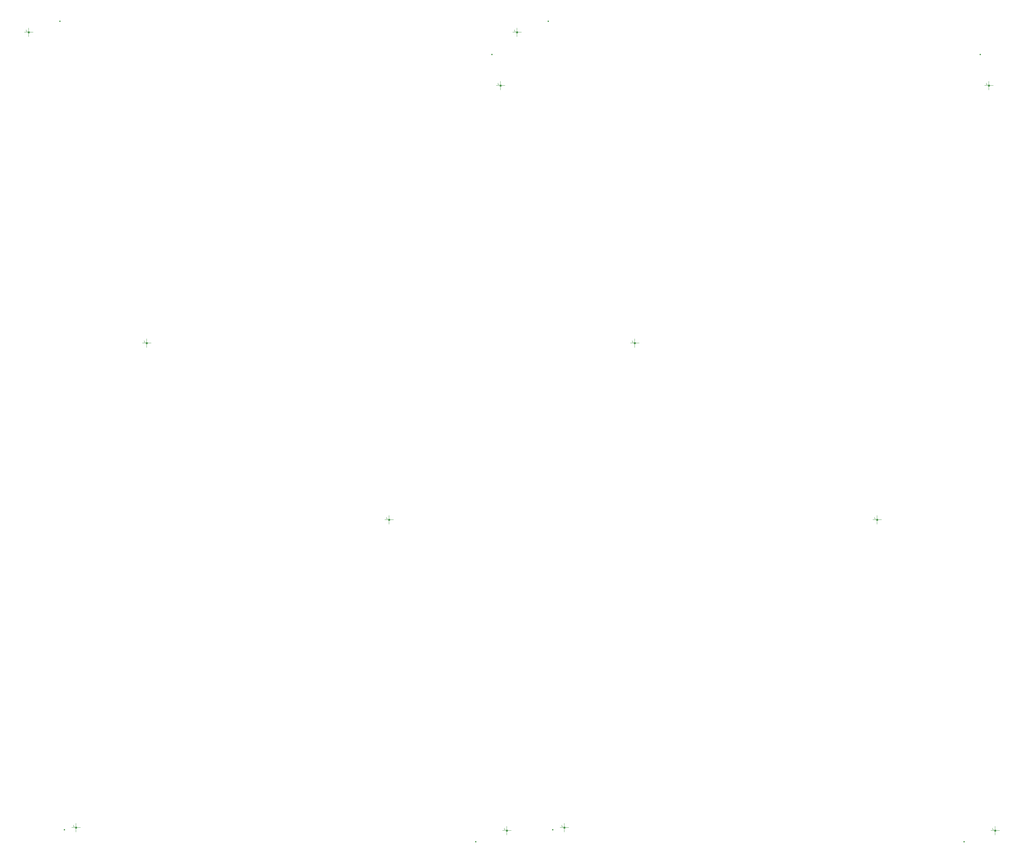
<source format=gbr>
*
%FSTAX45Y45*%
%MOMM*%
G04 A1 - las_cross_hole *
%AMA1lth_1-3_scpt*
1,1,0.025400,0.000000,1.257300*
1,1,0.025400,0.000000,-1.257300*
20,1,0.025400,0.000000,1.257300,0.000000,-1.257300,0.0*
1,1,0.025400,1.257300,0.000000*
1,1,0.025400,-1.257300,0.000000*
20,1,0.025400,1.257300,0.000000,-1.257300,0.000000,0.0*
1,1,0.025400,-0.719842,0.797335*
1,1,0.025400,-0.719842,0.317930*
20,1,0.025400,-0.719842,0.797335,-0.719842,0.317930,0.0*
1,1,0.025400,-0.719842,0.317930*
1,1,0.025400,-0.400237,0.317930*
20,1,0.025400,-0.719842,0.317930,-0.400238,0.317930,0.0*
4,1,4,
-0.250000,-0.250000,
-0.250000,0.250000,
0.250000,0.250000,
0.250000,-0.250000,
-0.250000,-0.250000,
0.0000*
1,1,0.400000,0.000000,0.000000*
%
%ADD10C,0.160000*%
%ADD11C,0.150000*%
%ADD12A1lth_1-3_scpt*%
%ADD13C,0.400000*%
%IPPOS*%
%LNlth_1-3_scpt.gbr*%
%LPD*%
G75*
G54D10*
X-000378Y00594768D03*
G54D10*
Y00588268D03*
G54D10*
Y00581768D03*
G54D10*
Y00575268D03*
G54D10*
Y00568768D03*
G54D10*
Y00562268D03*
G54D10*
Y00555768D03*
G54D10*
Y00549268D03*
G54D10*
Y00542768D03*
G54D10*
Y00536268D03*
G54D10*
X-000326Y00591518D03*
G54D10*
Y00585018D03*
G54D10*
Y00578518D03*
G54D10*
Y00572018D03*
G54D10*
Y00565518D03*
G54D10*
Y00559018D03*
G54D10*
Y00552518D03*
G54D10*
Y00546018D03*
G54D10*
Y00539518D03*
G54D10*
Y00533018D03*
G54D10*
X-000274Y00594768D03*
G54D10*
Y00588268D03*
G54D10*
Y00581768D03*
G54D10*
Y00575268D03*
G54D10*
Y00568768D03*
G54D10*
Y00562268D03*
G54D10*
Y00555768D03*
G54D10*
Y00549268D03*
G54D10*
Y00542768D03*
G54D10*
Y00536268D03*
G54D10*
X-000222Y00591518D03*
G54D10*
Y00585018D03*
G54D10*
Y00578518D03*
G54D10*
Y00572018D03*
G54D10*
Y00565518D03*
G54D10*
Y00559018D03*
G54D10*
Y00552518D03*
G54D10*
Y00546018D03*
G54D10*
Y00539518D03*
G54D10*
Y00533018D03*
G54D10*
X-000378Y01717768D03*
G54D10*
Y01711268D03*
G54D10*
Y01704768D03*
G54D10*
Y01698268D03*
G54D10*
Y01691768D03*
G54D10*
Y01685268D03*
G54D10*
Y01678768D03*
G54D10*
Y01672268D03*
G54D10*
Y01665768D03*
G54D10*
Y01659268D03*
G54D10*
X-000326Y01714518D03*
G54D10*
Y01708018D03*
G54D10*
Y01701518D03*
G54D10*
Y01695018D03*
G54D10*
Y01688518D03*
G54D10*
Y01682018D03*
G54D10*
Y01675518D03*
G54D10*
Y01669018D03*
G54D10*
Y01662518D03*
G54D10*
Y01656018D03*
G54D10*
X-000274Y01717768D03*
G54D10*
Y01711268D03*
G54D10*
Y01704768D03*
G54D10*
Y01698268D03*
G54D10*
Y01691768D03*
G54D10*
Y01685268D03*
G54D10*
Y01678768D03*
G54D10*
Y01672268D03*
G54D10*
Y01665768D03*
G54D10*
Y01659268D03*
G54D10*
X-000222Y01714518D03*
G54D10*
Y01708018D03*
G54D10*
Y01701518D03*
G54D10*
Y01695018D03*
G54D10*
Y01688518D03*
G54D10*
Y01682018D03*
G54D10*
Y01675518D03*
G54D10*
Y01669018D03*
G54D10*
Y01662518D03*
G54D10*
Y01656018D03*
G54D10*
X004222Y00594768D03*
G54D10*
Y00588268D03*
G54D10*
Y00581768D03*
G54D10*
Y00575268D03*
G54D10*
Y00568768D03*
G54D10*
Y00562268D03*
G54D10*
Y00555768D03*
G54D10*
Y00549268D03*
G54D10*
Y00542768D03*
G54D10*
Y00536268D03*
G54D10*
X004274Y00591518D03*
G54D10*
Y00585018D03*
G54D10*
Y00578518D03*
G54D10*
Y00572018D03*
G54D10*
Y00565518D03*
G54D10*
Y00559018D03*
G54D10*
Y00552518D03*
G54D10*
Y00546018D03*
G54D10*
Y00539518D03*
G54D10*
Y00533018D03*
G54D10*
X004326Y00594768D03*
G54D10*
Y00588268D03*
G54D10*
Y00581768D03*
G54D10*
Y00575268D03*
G54D10*
Y00568768D03*
G54D10*
Y00562268D03*
G54D10*
Y00555768D03*
G54D10*
Y00549268D03*
G54D10*
Y00542768D03*
G54D10*
Y00536268D03*
G54D10*
X004378Y00591518D03*
G54D10*
Y00585018D03*
G54D10*
Y00578518D03*
G54D10*
Y00572018D03*
G54D10*
Y00565518D03*
G54D10*
Y00559018D03*
G54D10*
Y00552518D03*
G54D10*
Y00546018D03*
G54D10*
Y00539518D03*
G54D10*
Y00533018D03*
G54D10*
X004222Y01717768D03*
G54D10*
Y01711268D03*
G54D10*
Y01704768D03*
G54D10*
Y01698268D03*
G54D10*
Y01691768D03*
G54D10*
Y01685268D03*
G54D10*
Y01678768D03*
G54D10*
Y01672268D03*
G54D10*
Y01665768D03*
G54D10*
Y01659268D03*
G54D10*
X004274Y01714518D03*
G54D10*
Y01708018D03*
G54D10*
Y01701518D03*
G54D10*
Y01695018D03*
G54D10*
Y01688518D03*
G54D10*
Y01682018D03*
G54D10*
Y01675518D03*
G54D10*
Y01669018D03*
G54D10*
Y01662518D03*
G54D10*
Y01656018D03*
G54D10*
X004326Y01717768D03*
G54D10*
Y01711268D03*
G54D10*
Y01704768D03*
G54D10*
Y01698268D03*
G54D10*
Y01691768D03*
G54D10*
Y01685268D03*
G54D10*
Y01678768D03*
G54D10*
Y01672268D03*
G54D10*
Y01665768D03*
G54D10*
Y01659268D03*
G54D10*
X004378Y01714518D03*
G54D10*
Y01708018D03*
G54D10*
Y01701518D03*
G54D10*
Y01695018D03*
G54D10*
Y01688518D03*
G54D10*
Y01682018D03*
G54D10*
Y01675518D03*
G54D10*
Y01669018D03*
G54D10*
Y01662518D03*
G54D10*
Y01656018D03*
G54D10*
X008822Y00594768D03*
G54D10*
Y00588268D03*
G54D10*
Y00581768D03*
G54D10*
Y00575268D03*
G54D10*
Y00568768D03*
G54D10*
Y00562268D03*
G54D10*
Y00555768D03*
G54D10*
Y00549268D03*
G54D10*
Y00542768D03*
G54D10*
Y00536268D03*
G54D10*
X008874Y00591518D03*
G54D10*
Y00585018D03*
G54D10*
Y00578518D03*
G54D10*
Y00572018D03*
G54D10*
Y00565518D03*
G54D10*
Y00559018D03*
G54D10*
Y00552518D03*
G54D10*
Y00546018D03*
G54D10*
Y00539518D03*
G54D10*
Y00533018D03*
G54D10*
X008926Y00594768D03*
G54D10*
Y00588268D03*
G54D10*
Y00581768D03*
G54D10*
Y00575268D03*
G54D10*
Y00568768D03*
G54D10*
Y00562268D03*
G54D10*
Y00555768D03*
G54D10*
Y00549268D03*
G54D10*
Y00542768D03*
G54D10*
Y00536268D03*
G54D10*
X008978Y00591518D03*
G54D10*
Y00585018D03*
G54D10*
Y00578518D03*
G54D10*
Y00572018D03*
G54D10*
Y00565518D03*
G54D10*
Y00559018D03*
G54D10*
Y00552518D03*
G54D10*
Y00546018D03*
G54D10*
Y00539518D03*
G54D10*
Y00533018D03*
G54D10*
X008822Y01717768D03*
G54D10*
Y01711268D03*
G54D10*
Y01704768D03*
G54D10*
Y01698268D03*
G54D10*
Y01691768D03*
G54D10*
Y01685268D03*
G54D10*
Y01678768D03*
G54D10*
Y01672268D03*
G54D10*
Y01665768D03*
G54D10*
Y01659268D03*
G54D10*
X008874Y01714518D03*
G54D10*
Y01708018D03*
G54D10*
Y01701518D03*
G54D10*
Y01695018D03*
G54D10*
Y01688518D03*
G54D10*
Y01682018D03*
G54D10*
Y01675518D03*
G54D10*
Y01669018D03*
G54D10*
Y01662518D03*
G54D10*
Y01656018D03*
G54D10*
X008926Y01717768D03*
G54D10*
Y01711268D03*
G54D10*
Y01704768D03*
G54D10*
Y01698268D03*
G54D10*
Y01691768D03*
G54D10*
Y01685268D03*
G54D10*
Y01678768D03*
G54D10*
Y01672268D03*
G54D10*
Y01665768D03*
G54D10*
Y01659268D03*
G54D10*
X008978Y01714518D03*
G54D10*
Y01708018D03*
G54D10*
Y01701518D03*
G54D10*
Y01695018D03*
G54D10*
Y01688518D03*
G54D10*
Y01682018D03*
G54D10*
Y01675518D03*
G54D10*
Y01669018D03*
G54D10*
Y01662518D03*
G54D10*
Y01656018D03*
G54D10*
X-00147Y00174032D03*
G54D10*
Y00180532D03*
G54D10*
Y00187032D03*
G54D10*
Y00193532D03*
G54D10*
Y00200032D03*
G54D10*
Y00206532D03*
G54D10*
Y00213032D03*
G54D10*
Y00219532D03*
G54D10*
Y00226032D03*
G54D10*
Y00232532D03*
G54D10*
X-001522Y00177282D03*
G54D10*
Y00183782D03*
G54D10*
Y00190282D03*
G54D10*
Y00196782D03*
G54D10*
Y00203282D03*
G54D10*
Y00209782D03*
G54D10*
Y00216282D03*
G54D10*
Y00222782D03*
G54D10*
Y00229282D03*
G54D10*
Y00235782D03*
G54D10*
X-001574Y00174032D03*
G54D10*
Y00180532D03*
G54D10*
Y00187032D03*
G54D10*
Y00193532D03*
G54D10*
Y00200032D03*
G54D10*
Y00206532D03*
G54D10*
Y00213032D03*
G54D10*
Y00219532D03*
G54D10*
Y00226032D03*
G54D10*
Y00232532D03*
G54D10*
X-001626Y00177282D03*
G54D10*
Y00183782D03*
G54D10*
Y00190282D03*
G54D10*
Y00196782D03*
G54D10*
Y00203282D03*
G54D10*
Y00209782D03*
G54D10*
Y00216282D03*
G54D10*
Y00222782D03*
G54D10*
Y00229282D03*
G54D10*
Y00235782D03*
G54D10*
X-00147Y01297032D03*
G54D10*
Y01303532D03*
G54D10*
Y01310032D03*
G54D10*
Y01316532D03*
G54D10*
Y01323032D03*
G54D10*
Y01329532D03*
G54D10*
Y01336032D03*
G54D10*
Y01342532D03*
G54D10*
Y01349032D03*
G54D10*
Y01355532D03*
G54D10*
X-001522Y01300282D03*
G54D10*
Y01306782D03*
G54D10*
Y01313282D03*
G54D10*
Y01319782D03*
G54D10*
Y01326282D03*
G54D10*
Y01332782D03*
G54D10*
Y01339282D03*
G54D10*
Y01345782D03*
G54D10*
Y01352282D03*
G54D10*
Y01358782D03*
G54D10*
X-001574Y01297032D03*
G54D10*
Y01303532D03*
G54D10*
Y01310032D03*
G54D10*
Y01316532D03*
G54D10*
Y01323032D03*
G54D10*
Y01329532D03*
G54D10*
Y01336032D03*
G54D10*
Y01342532D03*
G54D10*
Y01349032D03*
G54D10*
Y01355532D03*
G54D10*
X-001626Y01300282D03*
G54D10*
Y01306782D03*
G54D10*
Y01313282D03*
G54D10*
Y01319782D03*
G54D10*
Y01326282D03*
G54D10*
Y01332782D03*
G54D10*
Y01339282D03*
G54D10*
Y01345782D03*
G54D10*
Y01352282D03*
G54D10*
Y01358782D03*
G54D10*
X00313Y00174032D03*
G54D10*
Y00180532D03*
G54D10*
Y00187032D03*
G54D10*
Y00193532D03*
G54D10*
Y00200032D03*
G54D10*
Y00206532D03*
G54D10*
Y00213032D03*
G54D10*
Y00219532D03*
G54D10*
Y00226032D03*
G54D10*
Y00232532D03*
G54D10*
X003078Y00177282D03*
G54D10*
Y00183782D03*
G54D10*
Y00190282D03*
G54D10*
Y00196782D03*
G54D10*
Y00203282D03*
G54D10*
Y00209782D03*
G54D10*
Y00216282D03*
G54D10*
Y00222782D03*
G54D10*
Y00229282D03*
G54D10*
Y00235782D03*
G54D10*
X003026Y00174032D03*
G54D10*
Y00180532D03*
G54D10*
Y00187032D03*
G54D10*
Y00193532D03*
G54D10*
Y00200032D03*
G54D10*
Y00206532D03*
G54D10*
Y00213032D03*
G54D10*
Y00219532D03*
G54D10*
Y00226032D03*
G54D10*
Y00232532D03*
G54D10*
X002974Y00177282D03*
G54D10*
Y00183782D03*
G54D10*
Y00190282D03*
G54D10*
Y00196782D03*
G54D10*
Y00203282D03*
G54D10*
Y00209782D03*
G54D10*
Y00216282D03*
G54D10*
Y00222782D03*
G54D10*
Y00229282D03*
G54D10*
Y00235782D03*
G54D10*
X00313Y01297032D03*
G54D10*
Y01303532D03*
G54D10*
Y01310032D03*
G54D10*
Y01316532D03*
G54D10*
Y01323032D03*
G54D10*
Y01329532D03*
G54D10*
Y01336032D03*
G54D10*
Y01342532D03*
G54D10*
Y01349032D03*
G54D10*
Y01355532D03*
G54D10*
X003078Y01300282D03*
G54D10*
Y01306782D03*
G54D10*
Y01313282D03*
G54D10*
Y01319782D03*
G54D10*
Y01326282D03*
G54D10*
Y01332782D03*
G54D10*
Y01339282D03*
G54D10*
Y01345782D03*
G54D10*
Y01352282D03*
G54D10*
Y01358782D03*
G54D10*
X003026Y01297032D03*
G54D10*
Y01303532D03*
G54D10*
Y01310032D03*
G54D10*
Y01316532D03*
G54D10*
Y01323032D03*
G54D10*
Y01329532D03*
G54D10*
Y01336032D03*
G54D10*
Y01342532D03*
G54D10*
Y01349032D03*
G54D10*
Y01355532D03*
G54D10*
X002974Y01300282D03*
G54D10*
Y01306782D03*
G54D10*
Y01313282D03*
G54D10*
Y01319782D03*
G54D10*
Y01326282D03*
G54D10*
Y01332782D03*
G54D10*
Y01339282D03*
G54D10*
Y01345782D03*
G54D10*
Y01352282D03*
G54D10*
Y01358782D03*
G54D10*
X00773Y00174032D03*
G54D10*
Y00180532D03*
G54D10*
Y00187032D03*
G54D10*
Y00193532D03*
G54D10*
Y00200032D03*
G54D10*
Y00206532D03*
G54D10*
Y00213032D03*
G54D10*
Y00219532D03*
G54D10*
Y00226032D03*
G54D10*
Y00232532D03*
G54D10*
X007678Y00177282D03*
G54D10*
Y00183782D03*
G54D10*
Y00190282D03*
G54D10*
Y00196782D03*
G54D10*
Y00203282D03*
G54D10*
Y00209782D03*
G54D10*
Y00216282D03*
G54D10*
Y00222782D03*
G54D10*
Y00229282D03*
G54D10*
Y00235782D03*
G54D10*
X007626Y00174032D03*
G54D10*
Y00180532D03*
G54D10*
Y00187032D03*
G54D10*
Y00193532D03*
G54D10*
Y00200032D03*
G54D10*
Y00206532D03*
G54D10*
Y00213032D03*
G54D10*
Y00219532D03*
G54D10*
Y00226032D03*
G54D10*
Y00232532D03*
G54D10*
X007574Y00177282D03*
G54D10*
Y00183782D03*
G54D10*
Y00190282D03*
G54D10*
Y00196782D03*
G54D10*
Y00203282D03*
G54D10*
Y00209782D03*
G54D10*
Y00216282D03*
G54D10*
Y00222782D03*
G54D10*
Y00229282D03*
G54D10*
Y00235782D03*
G54D10*
X00773Y01297032D03*
G54D10*
Y01303532D03*
G54D10*
Y01310032D03*
G54D10*
Y01316532D03*
G54D10*
Y01323032D03*
G54D10*
Y01329532D03*
G54D10*
Y01336032D03*
G54D10*
Y01342532D03*
G54D10*
Y01349032D03*
G54D10*
Y01355532D03*
G54D10*
X007678Y01300282D03*
G54D10*
Y01306782D03*
G54D10*
Y01313282D03*
G54D10*
Y01319782D03*
G54D10*
Y01326282D03*
G54D10*
Y01332782D03*
G54D10*
Y01339282D03*
G54D10*
Y01345782D03*
G54D10*
Y01352282D03*
G54D10*
Y01358782D03*
G54D10*
X007626Y01297032D03*
G54D10*
Y01303532D03*
G54D10*
Y01310032D03*
G54D10*
Y01316532D03*
G54D10*
Y01323032D03*
G54D10*
Y01329532D03*
G54D10*
Y01336032D03*
G54D10*
Y01342532D03*
G54D10*
Y01349032D03*
G54D10*
Y01355532D03*
G54D10*
X007574Y01300282D03*
G54D10*
Y01306782D03*
G54D10*
Y01313282D03*
G54D10*
Y01319782D03*
G54D10*
Y01326282D03*
G54D10*
Y01332782D03*
G54D10*
Y01339282D03*
G54D10*
Y01345782D03*
G54D10*
Y01352282D03*
G54D10*
Y01358782D03*
G54D10*
X000872Y00429968D03*
G54D10*
Y00423468D03*
G54D10*
Y00416968D03*
G54D10*
Y00410468D03*
G54D10*
Y00403968D03*
G54D10*
Y00397468D03*
G54D10*
Y00390968D03*
G54D10*
Y00384468D03*
G54D10*
Y00377968D03*
G54D10*
Y00371468D03*
G54D10*
X000924Y00426718D03*
G54D10*
Y00420218D03*
G54D10*
Y00413718D03*
G54D10*
Y00407218D03*
G54D10*
Y00400718D03*
G54D10*
Y00394218D03*
G54D10*
Y00387718D03*
G54D10*
Y00381218D03*
G54D10*
Y00374718D03*
G54D10*
Y00368218D03*
G54D10*
X000976Y00429968D03*
G54D10*
Y00423468D03*
G54D10*
Y00416968D03*
G54D10*
Y00410468D03*
G54D10*
Y00403968D03*
G54D10*
Y00397468D03*
G54D10*
Y00390968D03*
G54D10*
Y00384468D03*
G54D10*
Y00377968D03*
G54D10*
Y00371468D03*
G54D10*
X001028Y00426718D03*
G54D10*
Y00420218D03*
G54D10*
Y00413718D03*
G54D10*
Y00407218D03*
G54D10*
Y00400718D03*
G54D10*
Y00394218D03*
G54D10*
Y00387718D03*
G54D10*
Y00381218D03*
G54D10*
Y00374718D03*
G54D10*
Y00368218D03*
G54D10*
X000872Y01552968D03*
G54D10*
Y01546468D03*
G54D10*
Y01539968D03*
G54D10*
Y01533468D03*
G54D10*
Y01526968D03*
G54D10*
Y01520468D03*
G54D10*
Y01513968D03*
G54D10*
Y01507468D03*
G54D10*
Y01500968D03*
G54D10*
Y01494468D03*
G54D10*
X000924Y01549718D03*
G54D10*
Y01543218D03*
G54D10*
Y01536718D03*
G54D10*
Y01530218D03*
G54D10*
Y01523718D03*
G54D10*
Y01517218D03*
G54D10*
Y01510718D03*
G54D10*
Y01504218D03*
G54D10*
Y01497718D03*
G54D10*
Y01491218D03*
G54D10*
X000976Y01552968D03*
G54D10*
Y01546468D03*
G54D10*
Y01539968D03*
G54D10*
Y01533468D03*
G54D10*
Y01526968D03*
G54D10*
Y01520468D03*
G54D10*
Y01513968D03*
G54D10*
Y01507468D03*
G54D10*
Y01500968D03*
G54D10*
Y01494468D03*
G54D10*
X001028Y01549718D03*
G54D10*
Y01543218D03*
G54D10*
Y01536718D03*
G54D10*
Y01530218D03*
G54D10*
Y01523718D03*
G54D10*
Y01517218D03*
G54D10*
Y01510718D03*
G54D10*
Y01504218D03*
G54D10*
Y01497718D03*
G54D10*
Y01491218D03*
G54D10*
X005472Y00429968D03*
G54D10*
Y00423468D03*
G54D10*
Y00416968D03*
G54D10*
Y00410468D03*
G54D10*
Y00403968D03*
G54D10*
Y00397468D03*
G54D10*
Y00390968D03*
G54D10*
Y00384468D03*
G54D10*
Y00377968D03*
G54D10*
Y00371468D03*
G54D10*
X005524Y00426718D03*
G54D10*
Y00420218D03*
G54D10*
Y00413718D03*
G54D10*
Y00407218D03*
G54D10*
Y00400718D03*
G54D10*
Y00394218D03*
G54D10*
Y00387718D03*
G54D10*
Y00381218D03*
G54D10*
Y00374718D03*
G54D10*
Y00368218D03*
G54D10*
X005576Y00429968D03*
G54D10*
Y00423468D03*
G54D10*
Y00416968D03*
G54D10*
Y00410468D03*
G54D10*
Y00403968D03*
G54D10*
Y00397468D03*
G54D10*
Y00390968D03*
G54D10*
Y00384468D03*
G54D10*
Y00377968D03*
G54D10*
Y00371468D03*
G54D10*
X005628Y00426718D03*
G54D10*
Y00420218D03*
G54D10*
Y00413718D03*
G54D10*
Y00407218D03*
G54D10*
Y00400718D03*
G54D10*
Y00394218D03*
G54D10*
Y00387718D03*
G54D10*
Y00381218D03*
G54D10*
Y00374718D03*
G54D10*
Y00368218D03*
G54D10*
X005472Y01552968D03*
G54D10*
Y01546468D03*
G54D10*
Y01539968D03*
G54D10*
Y01533468D03*
G54D10*
Y01526968D03*
G54D10*
Y01520468D03*
G54D10*
Y01513968D03*
G54D10*
Y01507468D03*
G54D10*
Y01500968D03*
G54D10*
Y01494468D03*
G54D10*
X005524Y01549718D03*
G54D10*
Y01543218D03*
G54D10*
Y01536718D03*
G54D10*
Y01530218D03*
G54D10*
Y01523718D03*
G54D10*
Y01517218D03*
G54D10*
Y01510718D03*
G54D10*
Y01504218D03*
G54D10*
Y01497718D03*
G54D10*
Y01491218D03*
G54D10*
X005576Y01552968D03*
G54D10*
Y01546468D03*
G54D10*
Y01539968D03*
G54D10*
Y01533468D03*
G54D10*
Y01526968D03*
G54D10*
Y01520468D03*
G54D10*
Y01513968D03*
G54D10*
Y01507468D03*
G54D10*
Y01500968D03*
G54D10*
Y01494468D03*
G54D10*
X005628Y01549718D03*
G54D10*
Y01543218D03*
G54D10*
Y01536718D03*
G54D10*
Y01530218D03*
G54D10*
Y01523718D03*
G54D10*
Y01517218D03*
G54D10*
Y01510718D03*
G54D10*
Y01504218D03*
G54D10*
Y01497718D03*
G54D10*
Y01491218D03*
G54D10*
X010072Y00429968D03*
G54D10*
Y00423468D03*
G54D10*
Y00416968D03*
G54D10*
Y00410468D03*
G54D10*
Y00403968D03*
G54D10*
Y00397468D03*
G54D10*
Y00390968D03*
G54D10*
Y00384468D03*
G54D10*
Y00377968D03*
G54D10*
Y00371468D03*
G54D10*
X010124Y00426718D03*
G54D10*
Y00420218D03*
G54D10*
Y00413718D03*
G54D10*
Y00407218D03*
G54D10*
Y00400718D03*
G54D10*
Y00394218D03*
G54D10*
Y00387718D03*
G54D10*
Y00381218D03*
G54D10*
Y00374718D03*
G54D10*
Y00368218D03*
G54D10*
X010176Y00429968D03*
G54D10*
Y00423468D03*
G54D10*
Y00416968D03*
G54D10*
Y00410468D03*
G54D10*
Y00403968D03*
G54D10*
Y00397468D03*
G54D10*
Y00390968D03*
G54D10*
Y00384468D03*
G54D10*
Y00377968D03*
G54D10*
Y00371468D03*
G54D10*
X010228Y00426718D03*
G54D10*
Y00420218D03*
G54D10*
Y00413718D03*
G54D10*
Y00407218D03*
G54D10*
Y00400718D03*
G54D10*
Y00394218D03*
G54D10*
Y00387718D03*
G54D10*
Y00381218D03*
G54D10*
Y00374718D03*
G54D10*
Y00368218D03*
G54D10*
X010072Y01552968D03*
G54D10*
Y01546468D03*
G54D10*
Y01539968D03*
G54D10*
Y01533468D03*
G54D10*
Y01526968D03*
G54D10*
Y01520468D03*
G54D10*
Y01513968D03*
G54D10*
Y01507468D03*
G54D10*
Y01500968D03*
G54D10*
Y01494468D03*
G54D10*
X010124Y01549718D03*
G54D10*
Y01543218D03*
G54D10*
Y01536718D03*
G54D10*
Y01530218D03*
G54D10*
Y01523718D03*
G54D10*
Y01517218D03*
G54D10*
Y01510718D03*
G54D10*
Y01504218D03*
G54D10*
Y01497718D03*
G54D10*
Y01491218D03*
G54D10*
X010176Y01552968D03*
G54D10*
Y01546468D03*
G54D10*
Y01539968D03*
G54D10*
Y01533468D03*
G54D10*
Y01526968D03*
G54D10*
Y01520468D03*
G54D10*
Y01513968D03*
G54D10*
Y01507468D03*
G54D10*
Y01500968D03*
G54D10*
Y01494468D03*
G54D10*
X010228Y01549718D03*
G54D10*
Y01543218D03*
G54D10*
Y01536718D03*
G54D10*
Y01530218D03*
G54D10*
Y01523718D03*
G54D10*
Y01517218D03*
G54D10*
Y01510718D03*
G54D10*
Y01504218D03*
G54D10*
Y01497718D03*
G54D10*
Y01491218D03*
G54D10*
X-00272Y00338832D03*
G54D10*
Y00345332D03*
G54D10*
Y00351832D03*
G54D10*
Y00358332D03*
G54D10*
Y00364832D03*
G54D10*
Y00371332D03*
G54D10*
Y00377832D03*
G54D10*
Y00384332D03*
G54D10*
Y00390832D03*
G54D10*
Y00397332D03*
G54D10*
X-002772Y00342082D03*
G54D10*
Y00348582D03*
G54D10*
Y00355082D03*
G54D10*
Y00361582D03*
G54D10*
Y00368082D03*
G54D10*
Y00374582D03*
G54D10*
Y00381082D03*
G54D10*
Y00387582D03*
G54D10*
Y00394082D03*
G54D10*
Y00400582D03*
G54D10*
X-002824Y00338832D03*
G54D10*
Y00345332D03*
G54D10*
Y00351832D03*
G54D10*
Y00358332D03*
G54D10*
Y00364832D03*
G54D10*
Y00371332D03*
G54D10*
Y00377832D03*
G54D10*
Y00384332D03*
G54D10*
Y00390832D03*
G54D10*
Y00397332D03*
G54D10*
X-002876Y00342082D03*
G54D10*
Y00348582D03*
G54D10*
Y00355082D03*
G54D10*
Y00361582D03*
G54D10*
Y00368082D03*
G54D10*
Y00374582D03*
G54D10*
Y00381082D03*
G54D10*
Y00387582D03*
G54D10*
Y00394082D03*
G54D10*
Y00400582D03*
G54D10*
X-00272Y01461832D03*
G54D10*
Y01468332D03*
G54D10*
Y01474832D03*
G54D10*
Y01481332D03*
G54D10*
Y01487832D03*
G54D10*
Y01494332D03*
G54D10*
Y01500832D03*
G54D10*
Y01507332D03*
G54D10*
Y01513832D03*
G54D10*
Y01520332D03*
G54D10*
X-002772Y01465082D03*
G54D10*
Y01471582D03*
G54D10*
Y01478082D03*
G54D10*
Y01484582D03*
G54D10*
Y01491082D03*
G54D10*
Y01497582D03*
G54D10*
Y01504082D03*
G54D10*
Y01510582D03*
G54D10*
Y01517082D03*
G54D10*
Y01523582D03*
G54D10*
X-002824Y01461832D03*
G54D10*
Y01468332D03*
G54D10*
Y01474832D03*
G54D10*
Y01481332D03*
G54D10*
Y01487832D03*
G54D10*
Y01494332D03*
G54D10*
Y01500832D03*
G54D10*
Y01507332D03*
G54D10*
Y01513832D03*
G54D10*
Y01520332D03*
G54D10*
X-002876Y01465082D03*
G54D10*
Y01471582D03*
G54D10*
Y01478082D03*
G54D10*
Y01484582D03*
G54D10*
Y01491082D03*
G54D10*
Y01497582D03*
G54D10*
Y01504082D03*
G54D10*
Y01510582D03*
G54D10*
Y01517082D03*
G54D10*
Y01523582D03*
G54D10*
X00188Y00338832D03*
G54D10*
Y00345332D03*
G54D10*
Y00351832D03*
G54D10*
Y00358332D03*
G54D10*
Y00364832D03*
G54D10*
Y00371332D03*
G54D10*
Y00377832D03*
G54D10*
Y00384332D03*
G54D10*
Y00390832D03*
G54D10*
Y00397332D03*
G54D10*
X001828Y00342082D03*
G54D10*
Y00348582D03*
G54D10*
Y00355082D03*
G54D10*
Y00361582D03*
G54D10*
Y00368082D03*
G54D10*
Y00374582D03*
G54D10*
Y00381082D03*
G54D10*
Y00387582D03*
G54D10*
Y00394082D03*
G54D10*
Y00400582D03*
G54D10*
X001776Y00338832D03*
G54D10*
Y00345332D03*
G54D10*
Y00351832D03*
G54D10*
Y00358332D03*
G54D10*
Y00364832D03*
G54D10*
Y00371332D03*
G54D10*
Y00377832D03*
G54D10*
Y00384332D03*
G54D10*
Y00390832D03*
G54D10*
Y00397332D03*
G54D10*
X001724Y00342082D03*
G54D10*
Y00348582D03*
G54D10*
Y00355082D03*
G54D10*
Y00361582D03*
G54D10*
Y00368082D03*
G54D10*
Y00374582D03*
G54D10*
Y00381082D03*
G54D10*
Y00387582D03*
G54D10*
Y00394082D03*
G54D10*
Y00400582D03*
G54D10*
X00188Y01461832D03*
G54D10*
Y01468332D03*
G54D10*
Y01474832D03*
G54D10*
Y01481332D03*
G54D10*
Y01487832D03*
G54D10*
Y01494332D03*
G54D10*
Y01500832D03*
G54D10*
Y01507332D03*
G54D10*
Y01513832D03*
G54D10*
Y01520332D03*
G54D10*
X001828Y01465082D03*
G54D10*
Y01471582D03*
G54D10*
Y01478082D03*
G54D10*
Y01484582D03*
G54D10*
Y01491082D03*
G54D10*
Y01497582D03*
G54D10*
Y01504082D03*
G54D10*
Y01510582D03*
G54D10*
Y01517082D03*
G54D10*
Y01523582D03*
G54D10*
X001776Y01461832D03*
G54D10*
Y01468332D03*
G54D10*
Y01474832D03*
G54D10*
Y01481332D03*
G54D10*
Y01487832D03*
G54D10*
Y01494332D03*
G54D10*
Y01500832D03*
G54D10*
Y01507332D03*
G54D10*
Y01513832D03*
G54D10*
Y01520332D03*
G54D10*
X001724Y01465082D03*
G54D10*
Y01471582D03*
G54D10*
Y01478082D03*
G54D10*
Y01484582D03*
G54D10*
Y01491082D03*
G54D10*
Y01497582D03*
G54D10*
Y01504082D03*
G54D10*
Y01510582D03*
G54D10*
Y01517082D03*
G54D10*
Y01523582D03*
G54D10*
X00648Y00338832D03*
G54D10*
Y00345332D03*
G54D10*
Y00351832D03*
G54D10*
Y00358332D03*
G54D10*
Y00364832D03*
G54D10*
Y00371332D03*
G54D10*
Y00377832D03*
G54D10*
Y00384332D03*
G54D10*
Y00390832D03*
G54D10*
Y00397332D03*
G54D10*
X006428Y00342082D03*
G54D10*
Y00348582D03*
G54D10*
Y00355082D03*
G54D10*
Y00361582D03*
G54D10*
Y00368082D03*
G54D10*
Y00374582D03*
G54D10*
Y00381082D03*
G54D10*
Y00387582D03*
G54D10*
Y00394082D03*
G54D10*
Y00400582D03*
G54D10*
X006376Y00338832D03*
G54D10*
Y00345332D03*
G54D10*
Y00351832D03*
G54D10*
Y00358332D03*
G54D10*
Y00364832D03*
G54D10*
Y00371332D03*
G54D10*
Y00377832D03*
G54D10*
Y00384332D03*
G54D10*
Y00390832D03*
G54D10*
Y00397332D03*
G54D10*
X006324Y00342082D03*
G54D10*
Y00348582D03*
G54D10*
Y00355082D03*
G54D10*
Y00361582D03*
G54D10*
Y00368082D03*
G54D10*
Y00374582D03*
G54D10*
Y00381082D03*
G54D10*
Y00387582D03*
G54D10*
Y00394082D03*
G54D10*
Y00400582D03*
G54D10*
X00648Y01461832D03*
G54D10*
Y01468332D03*
G54D10*
Y01474832D03*
G54D10*
Y01481332D03*
G54D10*
Y01487832D03*
G54D10*
Y01494332D03*
G54D10*
Y01500832D03*
G54D10*
Y01507332D03*
G54D10*
Y01513832D03*
G54D10*
Y01520332D03*
G54D10*
X006428Y01465082D03*
G54D10*
Y01471582D03*
G54D10*
Y01478082D03*
G54D10*
Y01484582D03*
G54D10*
Y01491082D03*
G54D10*
Y01497582D03*
G54D10*
Y01504082D03*
G54D10*
Y01510582D03*
G54D10*
Y01517082D03*
G54D10*
Y01523582D03*
G54D10*
X006376Y01461832D03*
G54D10*
Y01468332D03*
G54D10*
Y01474832D03*
G54D10*
Y01481332D03*
G54D10*
Y01487832D03*
G54D10*
Y01494332D03*
G54D10*
Y01500832D03*
G54D10*
Y01507332D03*
G54D10*
Y01513832D03*
G54D10*
Y01520332D03*
G54D10*
X006324Y01465082D03*
G54D10*
Y01471582D03*
G54D10*
Y01478082D03*
G54D10*
Y01484582D03*
G54D10*
Y01491082D03*
G54D10*
Y01497582D03*
G54D10*
Y01504082D03*
G54D10*
Y01510582D03*
G54D10*
Y01517082D03*
G54D10*
Y01523582D03*
G54D11*
X010323946Y017349652D03*
Y017549652D03*
Y017749652D03*
Y017949652D03*
X000259182Y020943037D03*
X000459182D03*
X000659182D03*
X000859182D03*
X007092818Y-002025037D03*
X006892818D03*
X006692818D03*
X006492818D03*
X000364115Y02104837D03*
X000484115D03*
X000604115D03*
X000724115D03*
X010192114Y017749825D03*
Y017869825D03*
Y017989825D03*
Y018109825D03*
X006987884Y-00213037D03*
X006867884D03*
X006747884D03*
X006627884D03*
X-002840114Y001168175D03*
Y001048175D03*
Y000928175D03*
Y000808175D03*
G54D12*
X-00307743Y02074219D03*
X-00173962Y-0017414D03*
X00025133Y01195988D03*
X00710067Y00695812D03*
X010252932Y019237245D03*
X01042943Y-00182419D03*
G54D13*
X010008169Y020114572D03*
X-002201249Y021058607D03*
X009553249Y-002140607D03*
X-00207646Y-001798226D03*
G54D11*
X-002971946Y001568348D03*
Y001368348D03*
Y001168348D03*
Y000968348D03*
G54D10*
X013422Y00594768D03*
G54D10*
Y00588268D03*
G54D10*
Y00581768D03*
G54D10*
Y00575268D03*
G54D10*
Y00568768D03*
G54D10*
Y00562268D03*
G54D10*
Y00555768D03*
G54D10*
Y00549268D03*
G54D10*
Y00542768D03*
G54D10*
Y00536268D03*
G54D10*
X013474Y00591518D03*
G54D10*
Y00585018D03*
G54D10*
Y00578518D03*
G54D10*
Y00572018D03*
G54D10*
Y00565518D03*
G54D10*
Y00559018D03*
G54D10*
Y00552518D03*
G54D10*
Y00546018D03*
G54D10*
Y00539518D03*
G54D10*
Y00533018D03*
G54D10*
X013526Y00594768D03*
G54D10*
Y00588268D03*
G54D10*
Y00581768D03*
G54D10*
Y00575268D03*
G54D10*
Y00568768D03*
G54D10*
Y00562268D03*
G54D10*
Y00555768D03*
G54D10*
Y00549268D03*
G54D10*
Y00542768D03*
G54D10*
Y00536268D03*
G54D10*
X013578Y00591518D03*
G54D10*
Y00585018D03*
G54D10*
Y00578518D03*
G54D10*
Y00572018D03*
G54D10*
Y00565518D03*
G54D10*
Y00559018D03*
G54D10*
Y00552518D03*
G54D10*
Y00546018D03*
G54D10*
Y00539518D03*
G54D10*
Y00533018D03*
G54D10*
X013422Y01717768D03*
G54D10*
Y01711268D03*
G54D10*
Y01704768D03*
G54D10*
Y01698268D03*
G54D10*
Y01691768D03*
G54D10*
Y01685268D03*
G54D10*
Y01678768D03*
G54D10*
Y01672268D03*
G54D10*
Y01665768D03*
G54D10*
Y01659268D03*
G54D10*
X013474Y01714518D03*
G54D10*
Y01708018D03*
G54D10*
Y01701518D03*
G54D10*
Y01695018D03*
G54D10*
Y01688518D03*
G54D10*
Y01682018D03*
G54D10*
Y01675518D03*
G54D10*
Y01669018D03*
G54D10*
Y01662518D03*
G54D10*
Y01656018D03*
G54D10*
X013526Y01717768D03*
G54D10*
Y01711268D03*
G54D10*
Y01704768D03*
G54D10*
Y01698268D03*
G54D10*
Y01691768D03*
G54D10*
Y01685268D03*
G54D10*
Y01678768D03*
G54D10*
Y01672268D03*
G54D10*
Y01665768D03*
G54D10*
Y01659268D03*
G54D10*
X013578Y01714518D03*
G54D10*
Y01708018D03*
G54D10*
Y01701518D03*
G54D10*
Y01695018D03*
G54D10*
Y01688518D03*
G54D10*
Y01682018D03*
G54D10*
Y01675518D03*
G54D10*
Y01669018D03*
G54D10*
Y01662518D03*
G54D10*
Y01656018D03*
G54D10*
X018022Y00594768D03*
G54D10*
Y00588268D03*
G54D10*
Y00581768D03*
G54D10*
Y00575268D03*
G54D10*
Y00568768D03*
G54D10*
Y00562268D03*
G54D10*
Y00555768D03*
G54D10*
Y00549268D03*
G54D10*
Y00542768D03*
G54D10*
Y00536268D03*
G54D10*
X018074Y00591518D03*
G54D10*
Y00585018D03*
G54D10*
Y00578518D03*
G54D10*
Y00572018D03*
G54D10*
Y00565518D03*
G54D10*
Y00559018D03*
G54D10*
Y00552518D03*
G54D10*
Y00546018D03*
G54D10*
Y00539518D03*
G54D10*
Y00533018D03*
G54D10*
X018126Y00594768D03*
G54D10*
Y00588268D03*
G54D10*
Y00581768D03*
G54D10*
Y00575268D03*
G54D10*
Y00568768D03*
G54D10*
Y00562268D03*
G54D10*
Y00555768D03*
G54D10*
Y00549268D03*
G54D10*
Y00542768D03*
G54D10*
Y00536268D03*
G54D10*
X018178Y00591518D03*
G54D10*
Y00585018D03*
G54D10*
Y00578518D03*
G54D10*
Y00572018D03*
G54D10*
Y00565518D03*
G54D10*
Y00559018D03*
G54D10*
Y00552518D03*
G54D10*
Y00546018D03*
G54D10*
Y00539518D03*
G54D10*
Y00533018D03*
G54D10*
X018022Y01717768D03*
G54D10*
Y01711268D03*
G54D10*
Y01704768D03*
G54D10*
Y01698268D03*
G54D10*
Y01691768D03*
G54D10*
Y01685268D03*
G54D10*
Y01678768D03*
G54D10*
Y01672268D03*
G54D10*
Y01665768D03*
G54D10*
Y01659268D03*
G54D10*
X018074Y01714518D03*
G54D10*
Y01708018D03*
G54D10*
Y01701518D03*
G54D10*
Y01695018D03*
G54D10*
Y01688518D03*
G54D10*
Y01682018D03*
G54D10*
Y01675518D03*
G54D10*
Y01669018D03*
G54D10*
Y01662518D03*
G54D10*
Y01656018D03*
G54D10*
X018126Y01717768D03*
G54D10*
Y01711268D03*
G54D10*
Y01704768D03*
G54D10*
Y01698268D03*
G54D10*
Y01691768D03*
G54D10*
Y01685268D03*
G54D10*
Y01678768D03*
G54D10*
Y01672268D03*
G54D10*
Y01665768D03*
G54D10*
Y01659268D03*
G54D10*
X018178Y01714518D03*
G54D10*
Y01708018D03*
G54D10*
Y01701518D03*
G54D10*
Y01695018D03*
G54D10*
Y01688518D03*
G54D10*
Y01682018D03*
G54D10*
Y01675518D03*
G54D10*
Y01669018D03*
G54D10*
Y01662518D03*
G54D10*
Y01656018D03*
G54D10*
X022622Y00594768D03*
G54D10*
Y00588268D03*
G54D10*
Y00581768D03*
G54D10*
Y00575268D03*
G54D10*
Y00568768D03*
G54D10*
Y00562268D03*
G54D10*
Y00555768D03*
G54D10*
Y00549268D03*
G54D10*
Y00542768D03*
G54D10*
Y00536268D03*
G54D10*
X022674Y00591518D03*
G54D10*
Y00585018D03*
G54D10*
Y00578518D03*
G54D10*
Y00572018D03*
G54D10*
Y00565518D03*
G54D10*
Y00559018D03*
G54D10*
Y00552518D03*
G54D10*
Y00546018D03*
G54D10*
Y00539518D03*
G54D10*
Y00533018D03*
G54D10*
X022726Y00594768D03*
G54D10*
Y00588268D03*
G54D10*
Y00581768D03*
G54D10*
Y00575268D03*
G54D10*
Y00568768D03*
G54D10*
Y00562268D03*
G54D10*
Y00555768D03*
G54D10*
Y00549268D03*
G54D10*
Y00542768D03*
G54D10*
Y00536268D03*
G54D10*
X022778Y00591518D03*
G54D10*
Y00585018D03*
G54D10*
Y00578518D03*
G54D10*
Y00572018D03*
G54D10*
Y00565518D03*
G54D10*
Y00559018D03*
G54D10*
Y00552518D03*
G54D10*
Y00546018D03*
G54D10*
Y00539518D03*
G54D10*
Y00533018D03*
G54D10*
X022622Y01717768D03*
G54D10*
Y01711268D03*
G54D10*
Y01704768D03*
G54D10*
Y01698268D03*
G54D10*
Y01691768D03*
G54D10*
Y01685268D03*
G54D10*
Y01678768D03*
G54D10*
Y01672268D03*
G54D10*
Y01665768D03*
G54D10*
Y01659268D03*
G54D10*
X022674Y01714518D03*
G54D10*
Y01708018D03*
G54D10*
Y01701518D03*
G54D10*
Y01695018D03*
G54D10*
Y01688518D03*
G54D10*
Y01682018D03*
G54D10*
Y01675518D03*
G54D10*
Y01669018D03*
G54D10*
Y01662518D03*
G54D10*
Y01656018D03*
G54D10*
X022726Y01717768D03*
G54D10*
Y01711268D03*
G54D10*
Y01704768D03*
G54D10*
Y01698268D03*
G54D10*
Y01691768D03*
G54D10*
Y01685268D03*
G54D10*
Y01678768D03*
G54D10*
Y01672268D03*
G54D10*
Y01665768D03*
G54D10*
Y01659268D03*
G54D10*
X022778Y01714518D03*
G54D10*
Y01708018D03*
G54D10*
Y01701518D03*
G54D10*
Y01695018D03*
G54D10*
Y01688518D03*
G54D10*
Y01682018D03*
G54D10*
Y01675518D03*
G54D10*
Y01669018D03*
G54D10*
Y01662518D03*
G54D10*
Y01656018D03*
G54D10*
X01233Y00174032D03*
G54D10*
Y00180532D03*
G54D10*
Y00187032D03*
G54D10*
Y00193532D03*
G54D10*
Y00200032D03*
G54D10*
Y00206532D03*
G54D10*
Y00213032D03*
G54D10*
Y00219532D03*
G54D10*
Y00226032D03*
G54D10*
Y00232532D03*
G54D10*
X012278Y00177282D03*
G54D10*
Y00183782D03*
G54D10*
Y00190282D03*
G54D10*
Y00196782D03*
G54D10*
Y00203282D03*
G54D10*
Y00209782D03*
G54D10*
Y00216282D03*
G54D10*
Y00222782D03*
G54D10*
Y00229282D03*
G54D10*
Y00235782D03*
G54D10*
X012226Y00174032D03*
G54D10*
Y00180532D03*
G54D10*
Y00187032D03*
G54D10*
Y00193532D03*
G54D10*
Y00200032D03*
G54D10*
Y00206532D03*
G54D10*
Y00213032D03*
G54D10*
Y00219532D03*
G54D10*
Y00226032D03*
G54D10*
Y00232532D03*
G54D10*
X012174Y00177282D03*
G54D10*
Y00183782D03*
G54D10*
Y00190282D03*
G54D10*
Y00196782D03*
G54D10*
Y00203282D03*
G54D10*
Y00209782D03*
G54D10*
Y00216282D03*
G54D10*
Y00222782D03*
G54D10*
Y00229282D03*
G54D10*
Y00235782D03*
G54D10*
X01233Y01297032D03*
G54D10*
Y01303532D03*
G54D10*
Y01310032D03*
G54D10*
Y01316532D03*
G54D10*
Y01323032D03*
G54D10*
Y01329532D03*
G54D10*
Y01336032D03*
G54D10*
Y01342532D03*
G54D10*
Y01349032D03*
G54D10*
Y01355532D03*
G54D10*
X012278Y01300282D03*
G54D10*
Y01306782D03*
G54D10*
Y01313282D03*
G54D10*
Y01319782D03*
G54D10*
Y01326282D03*
G54D10*
Y01332782D03*
G54D10*
Y01339282D03*
G54D10*
Y01345782D03*
G54D10*
Y01352282D03*
G54D10*
Y01358782D03*
G54D10*
X012226Y01297032D03*
G54D10*
Y01303532D03*
G54D10*
Y01310032D03*
G54D10*
Y01316532D03*
G54D10*
Y01323032D03*
G54D10*
Y01329532D03*
G54D10*
Y01336032D03*
G54D10*
Y01342532D03*
G54D10*
Y01349032D03*
G54D10*
Y01355532D03*
G54D10*
X012174Y01300282D03*
G54D10*
Y01306782D03*
G54D10*
Y01313282D03*
G54D10*
Y01319782D03*
G54D10*
Y01326282D03*
G54D10*
Y01332782D03*
G54D10*
Y01339282D03*
G54D10*
Y01345782D03*
G54D10*
Y01352282D03*
G54D10*
Y01358782D03*
G54D10*
X01693Y00174032D03*
G54D10*
Y00180532D03*
G54D10*
Y00187032D03*
G54D10*
Y00193532D03*
G54D10*
Y00200032D03*
G54D10*
Y00206532D03*
G54D10*
Y00213032D03*
G54D10*
Y00219532D03*
G54D10*
Y00226032D03*
G54D10*
Y00232532D03*
G54D10*
X016878Y00177282D03*
G54D10*
Y00183782D03*
G54D10*
Y00190282D03*
G54D10*
Y00196782D03*
G54D10*
Y00203282D03*
G54D10*
Y00209782D03*
G54D10*
Y00216282D03*
G54D10*
Y00222782D03*
G54D10*
Y00229282D03*
G54D10*
Y00235782D03*
G54D10*
X016826Y00174032D03*
G54D10*
Y00180532D03*
G54D10*
Y00187032D03*
G54D10*
Y00193532D03*
G54D10*
Y00200032D03*
G54D10*
Y00206532D03*
G54D10*
Y00213032D03*
G54D10*
Y00219532D03*
G54D10*
Y00226032D03*
G54D10*
Y00232532D03*
G54D10*
X016774Y00177282D03*
G54D10*
Y00183782D03*
G54D10*
Y00190282D03*
G54D10*
Y00196782D03*
G54D10*
Y00203282D03*
G54D10*
Y00209782D03*
G54D10*
Y00216282D03*
G54D10*
Y00222782D03*
G54D10*
Y00229282D03*
G54D10*
Y00235782D03*
G54D10*
X01693Y01297032D03*
G54D10*
Y01303532D03*
G54D10*
Y01310032D03*
G54D10*
Y01316532D03*
G54D10*
Y01323032D03*
G54D10*
Y01329532D03*
G54D10*
Y01336032D03*
G54D10*
Y01342532D03*
G54D10*
Y01349032D03*
G54D10*
Y01355532D03*
G54D10*
X016878Y01300282D03*
G54D10*
Y01306782D03*
G54D10*
Y01313282D03*
G54D10*
Y01319782D03*
G54D10*
Y01326282D03*
G54D10*
Y01332782D03*
G54D10*
Y01339282D03*
G54D10*
Y01345782D03*
G54D10*
Y01352282D03*
G54D10*
Y01358782D03*
G54D10*
X016826Y01297032D03*
G54D10*
Y01303532D03*
G54D10*
Y01310032D03*
G54D10*
Y01316532D03*
G54D10*
Y01323032D03*
G54D10*
Y01329532D03*
G54D10*
Y01336032D03*
G54D10*
Y01342532D03*
G54D10*
Y01349032D03*
G54D10*
Y01355532D03*
G54D10*
X016774Y01300282D03*
G54D10*
Y01306782D03*
G54D10*
Y01313282D03*
G54D10*
Y01319782D03*
G54D10*
Y01326282D03*
G54D10*
Y01332782D03*
G54D10*
Y01339282D03*
G54D10*
Y01345782D03*
G54D10*
Y01352282D03*
G54D10*
Y01358782D03*
G54D10*
X02153Y00174032D03*
G54D10*
Y00180532D03*
G54D10*
Y00187032D03*
G54D10*
Y00193532D03*
G54D10*
Y00200032D03*
G54D10*
Y00206532D03*
G54D10*
Y00213032D03*
G54D10*
Y00219532D03*
G54D10*
Y00226032D03*
G54D10*
Y00232532D03*
G54D10*
X021478Y00177282D03*
G54D10*
Y00183782D03*
G54D10*
Y00190282D03*
G54D10*
Y00196782D03*
G54D10*
Y00203282D03*
G54D10*
Y00209782D03*
G54D10*
Y00216282D03*
G54D10*
Y00222782D03*
G54D10*
Y00229282D03*
G54D10*
Y00235782D03*
G54D10*
X021426Y00174032D03*
G54D10*
Y00180532D03*
G54D10*
Y00187032D03*
G54D10*
Y00193532D03*
G54D10*
Y00200032D03*
G54D10*
Y00206532D03*
G54D10*
Y00213032D03*
G54D10*
Y00219532D03*
G54D10*
Y00226032D03*
G54D10*
Y00232532D03*
G54D10*
X021374Y00177282D03*
G54D10*
Y00183782D03*
G54D10*
Y00190282D03*
G54D10*
Y00196782D03*
G54D10*
Y00203282D03*
G54D10*
Y00209782D03*
G54D10*
Y00216282D03*
G54D10*
Y00222782D03*
G54D10*
Y00229282D03*
G54D10*
Y00235782D03*
G54D10*
X02153Y01297032D03*
G54D10*
Y01303532D03*
G54D10*
Y01310032D03*
G54D10*
Y01316532D03*
G54D10*
Y01323032D03*
G54D10*
Y01329532D03*
G54D10*
Y01336032D03*
G54D10*
Y01342532D03*
G54D10*
Y01349032D03*
G54D10*
Y01355532D03*
G54D10*
X021478Y01300282D03*
G54D10*
Y01306782D03*
G54D10*
Y01313282D03*
G54D10*
Y01319782D03*
G54D10*
Y01326282D03*
G54D10*
Y01332782D03*
G54D10*
Y01339282D03*
G54D10*
Y01345782D03*
G54D10*
Y01352282D03*
G54D10*
Y01358782D03*
G54D10*
X021426Y01297032D03*
G54D10*
Y01303532D03*
G54D10*
Y01310032D03*
G54D10*
Y01316532D03*
G54D10*
Y01323032D03*
G54D10*
Y01329532D03*
G54D10*
Y01336032D03*
G54D10*
Y01342532D03*
G54D10*
Y01349032D03*
G54D10*
Y01355532D03*
G54D10*
X021374Y01300282D03*
G54D10*
Y01306782D03*
G54D10*
Y01313282D03*
G54D10*
Y01319782D03*
G54D10*
Y01326282D03*
G54D10*
Y01332782D03*
G54D10*
Y01339282D03*
G54D10*
Y01345782D03*
G54D10*
Y01352282D03*
G54D10*
Y01358782D03*
G54D10*
X014672Y00429968D03*
G54D10*
Y00423468D03*
G54D10*
Y00416968D03*
G54D10*
Y00410468D03*
G54D10*
Y00403968D03*
G54D10*
Y00397468D03*
G54D10*
Y00390968D03*
G54D10*
Y00384468D03*
G54D10*
Y00377968D03*
G54D10*
Y00371468D03*
G54D10*
X014724Y00426718D03*
G54D10*
Y00420218D03*
G54D10*
Y00413718D03*
G54D10*
Y00407218D03*
G54D10*
Y00400718D03*
G54D10*
Y00394218D03*
G54D10*
Y00387718D03*
G54D10*
Y00381218D03*
G54D10*
Y00374718D03*
G54D10*
Y00368218D03*
G54D10*
X014776Y00429968D03*
G54D10*
Y00423468D03*
G54D10*
Y00416968D03*
G54D10*
Y00410468D03*
G54D10*
Y00403968D03*
G54D10*
Y00397468D03*
G54D10*
Y00390968D03*
G54D10*
Y00384468D03*
G54D10*
Y00377968D03*
G54D10*
Y00371468D03*
G54D10*
X014828Y00426718D03*
G54D10*
Y00420218D03*
G54D10*
Y00413718D03*
G54D10*
Y00407218D03*
G54D10*
Y00400718D03*
G54D10*
Y00394218D03*
G54D10*
Y00387718D03*
G54D10*
Y00381218D03*
G54D10*
Y00374718D03*
G54D10*
Y00368218D03*
G54D10*
X014672Y01552968D03*
G54D10*
Y01546468D03*
G54D10*
Y01539968D03*
G54D10*
Y01533468D03*
G54D10*
Y01526968D03*
G54D10*
Y01520468D03*
G54D10*
Y01513968D03*
G54D10*
Y01507468D03*
G54D10*
Y01500968D03*
G54D10*
Y01494468D03*
G54D10*
X014724Y01549718D03*
G54D10*
Y01543218D03*
G54D10*
Y01536718D03*
G54D10*
Y01530218D03*
G54D10*
Y01523718D03*
G54D10*
Y01517218D03*
G54D10*
Y01510718D03*
G54D10*
Y01504218D03*
G54D10*
Y01497718D03*
G54D10*
Y01491218D03*
G54D10*
X014776Y01552968D03*
G54D10*
Y01546468D03*
G54D10*
Y01539968D03*
G54D10*
Y01533468D03*
G54D10*
Y01526968D03*
G54D10*
Y01520468D03*
G54D10*
Y01513968D03*
G54D10*
Y01507468D03*
G54D10*
Y01500968D03*
G54D10*
Y01494468D03*
G54D10*
X014828Y01549718D03*
G54D10*
Y01543218D03*
G54D10*
Y01536718D03*
G54D10*
Y01530218D03*
G54D10*
Y01523718D03*
G54D10*
Y01517218D03*
G54D10*
Y01510718D03*
G54D10*
Y01504218D03*
G54D10*
Y01497718D03*
G54D10*
Y01491218D03*
G54D10*
X019272Y00429968D03*
G54D10*
Y00423468D03*
G54D10*
Y00416968D03*
G54D10*
Y00410468D03*
G54D10*
Y00403968D03*
G54D10*
Y00397468D03*
G54D10*
Y00390968D03*
G54D10*
Y00384468D03*
G54D10*
Y00377968D03*
G54D10*
Y00371468D03*
G54D10*
X019324Y00426718D03*
G54D10*
Y00420218D03*
G54D10*
Y00413718D03*
G54D10*
Y00407218D03*
G54D10*
Y00400718D03*
G54D10*
Y00394218D03*
G54D10*
Y00387718D03*
G54D10*
Y00381218D03*
G54D10*
Y00374718D03*
G54D10*
Y00368218D03*
G54D10*
X019376Y00429968D03*
G54D10*
Y00423468D03*
G54D10*
Y00416968D03*
G54D10*
Y00410468D03*
G54D10*
Y00403968D03*
G54D10*
Y00397468D03*
G54D10*
Y00390968D03*
G54D10*
Y00384468D03*
G54D10*
Y00377968D03*
G54D10*
Y00371468D03*
G54D10*
X019428Y00426718D03*
G54D10*
Y00420218D03*
G54D10*
Y00413718D03*
G54D10*
Y00407218D03*
G54D10*
Y00400718D03*
G54D10*
Y00394218D03*
G54D10*
Y00387718D03*
G54D10*
Y00381218D03*
G54D10*
Y00374718D03*
G54D10*
Y00368218D03*
G54D10*
X019272Y01552968D03*
G54D10*
Y01546468D03*
G54D10*
Y01539968D03*
G54D10*
Y01533468D03*
G54D10*
Y01526968D03*
G54D10*
Y01520468D03*
G54D10*
Y01513968D03*
G54D10*
Y01507468D03*
G54D10*
Y01500968D03*
G54D10*
Y01494468D03*
G54D10*
X019324Y01549718D03*
G54D10*
Y01543218D03*
G54D10*
Y01536718D03*
G54D10*
Y01530218D03*
G54D10*
Y01523718D03*
G54D10*
Y01517218D03*
G54D10*
Y01510718D03*
G54D10*
Y01504218D03*
G54D10*
Y01497718D03*
G54D10*
Y01491218D03*
G54D10*
X019376Y01552968D03*
G54D10*
Y01546468D03*
G54D10*
Y01539968D03*
G54D10*
Y01533468D03*
G54D10*
Y01526968D03*
G54D10*
Y01520468D03*
G54D10*
Y01513968D03*
G54D10*
Y01507468D03*
G54D10*
Y01500968D03*
G54D10*
Y01494468D03*
G54D10*
X019428Y01549718D03*
G54D10*
Y01543218D03*
G54D10*
Y01536718D03*
G54D10*
Y01530218D03*
G54D10*
Y01523718D03*
G54D10*
Y01517218D03*
G54D10*
Y01510718D03*
G54D10*
Y01504218D03*
G54D10*
Y01497718D03*
G54D10*
Y01491218D03*
G54D10*
X023872Y00429968D03*
G54D10*
Y00423468D03*
G54D10*
Y00416968D03*
G54D10*
Y00410468D03*
G54D10*
Y00403968D03*
G54D10*
Y00397468D03*
G54D10*
Y00390968D03*
G54D10*
Y00384468D03*
G54D10*
Y00377968D03*
G54D10*
Y00371468D03*
G54D10*
X023924Y00426718D03*
G54D10*
Y00420218D03*
G54D10*
Y00413718D03*
G54D10*
Y00407218D03*
G54D10*
Y00400718D03*
G54D10*
Y00394218D03*
G54D10*
Y00387718D03*
G54D10*
Y00381218D03*
G54D10*
Y00374718D03*
G54D10*
Y00368218D03*
G54D10*
X023976Y00429968D03*
G54D10*
Y00423468D03*
G54D10*
Y00416968D03*
G54D10*
Y00410468D03*
G54D10*
Y00403968D03*
G54D10*
Y00397468D03*
G54D10*
Y00390968D03*
G54D10*
Y00384468D03*
G54D10*
Y00377968D03*
G54D10*
Y00371468D03*
G54D10*
X024028Y00426718D03*
G54D10*
Y00420218D03*
G54D10*
Y00413718D03*
G54D10*
Y00407218D03*
G54D10*
Y00400718D03*
G54D10*
Y00394218D03*
G54D10*
Y00387718D03*
G54D10*
Y00381218D03*
G54D10*
Y00374718D03*
G54D10*
Y00368218D03*
G54D10*
X023872Y01552968D03*
G54D10*
Y01546468D03*
G54D10*
Y01539968D03*
G54D10*
Y01533468D03*
G54D10*
Y01526968D03*
G54D10*
Y01520468D03*
G54D10*
Y01513968D03*
G54D10*
Y01507468D03*
G54D10*
Y01500968D03*
G54D10*
Y01494468D03*
G54D10*
X023924Y01549718D03*
G54D10*
Y01543218D03*
G54D10*
Y01536718D03*
G54D10*
Y01530218D03*
G54D10*
Y01523718D03*
G54D10*
Y01517218D03*
G54D10*
Y01510718D03*
G54D10*
Y01504218D03*
G54D10*
Y01497718D03*
G54D10*
Y01491218D03*
G54D10*
X023976Y01552968D03*
G54D10*
Y01546468D03*
G54D10*
Y01539968D03*
G54D10*
Y01533468D03*
G54D10*
Y01526968D03*
G54D10*
Y01520468D03*
G54D10*
Y01513968D03*
G54D10*
Y01507468D03*
G54D10*
Y01500968D03*
G54D10*
Y01494468D03*
G54D10*
X024028Y01549718D03*
G54D10*
Y01543218D03*
G54D10*
Y01536718D03*
G54D10*
Y01530218D03*
G54D10*
Y01523718D03*
G54D10*
Y01517218D03*
G54D10*
Y01510718D03*
G54D10*
Y01504218D03*
G54D10*
Y01497718D03*
G54D10*
Y01491218D03*
G54D10*
X01108Y00338832D03*
G54D10*
Y00345332D03*
G54D10*
Y00351832D03*
G54D10*
Y00358332D03*
G54D10*
Y00364832D03*
G54D10*
Y00371332D03*
G54D10*
Y00377832D03*
G54D10*
Y00384332D03*
G54D10*
Y00390832D03*
G54D10*
Y00397332D03*
G54D10*
X011028Y00342082D03*
G54D10*
Y00348582D03*
G54D10*
Y00355082D03*
G54D10*
Y00361582D03*
G54D10*
Y00368082D03*
G54D10*
Y00374582D03*
G54D10*
Y00381082D03*
G54D10*
Y00387582D03*
G54D10*
Y00394082D03*
G54D10*
Y00400582D03*
G54D10*
X010976Y00338832D03*
G54D10*
Y00345332D03*
G54D10*
Y00351832D03*
G54D10*
Y00358332D03*
G54D10*
Y00364832D03*
G54D10*
Y00371332D03*
G54D10*
Y00377832D03*
G54D10*
Y00384332D03*
G54D10*
Y00390832D03*
G54D10*
Y00397332D03*
G54D10*
X010924Y00342082D03*
G54D10*
Y00348582D03*
G54D10*
Y00355082D03*
G54D10*
Y00361582D03*
G54D10*
Y00368082D03*
G54D10*
Y00374582D03*
G54D10*
Y00381082D03*
G54D10*
Y00387582D03*
G54D10*
Y00394082D03*
G54D10*
Y00400582D03*
G54D10*
X01108Y01461832D03*
G54D10*
Y01468332D03*
G54D10*
Y01474832D03*
G54D10*
Y01481332D03*
G54D10*
Y01487832D03*
G54D10*
Y01494332D03*
G54D10*
Y01500832D03*
G54D10*
Y01507332D03*
G54D10*
Y01513832D03*
G54D10*
Y01520332D03*
G54D10*
X011028Y01465082D03*
G54D10*
Y01471582D03*
G54D10*
Y01478082D03*
G54D10*
Y01484582D03*
G54D10*
Y01491082D03*
G54D10*
Y01497582D03*
G54D10*
Y01504082D03*
G54D10*
Y01510582D03*
G54D10*
Y01517082D03*
G54D10*
Y01523582D03*
G54D10*
X010976Y01461832D03*
G54D10*
Y01468332D03*
G54D10*
Y01474832D03*
G54D10*
Y01481332D03*
G54D10*
Y01487832D03*
G54D10*
Y01494332D03*
G54D10*
Y01500832D03*
G54D10*
Y01507332D03*
G54D10*
Y01513832D03*
G54D10*
Y01520332D03*
G54D10*
X010924Y01465082D03*
G54D10*
Y01471582D03*
G54D10*
Y01478082D03*
G54D10*
Y01484582D03*
G54D10*
Y01491082D03*
G54D10*
Y01497582D03*
G54D10*
Y01504082D03*
G54D10*
Y01510582D03*
G54D10*
Y01517082D03*
G54D10*
Y01523582D03*
G54D10*
X01568Y00338832D03*
G54D10*
Y00345332D03*
G54D10*
Y00351832D03*
G54D10*
Y00358332D03*
G54D10*
Y00364832D03*
G54D10*
Y00371332D03*
G54D10*
Y00377832D03*
G54D10*
Y00384332D03*
G54D10*
Y00390832D03*
G54D10*
Y00397332D03*
G54D10*
X015628Y00342082D03*
G54D10*
Y00348582D03*
G54D10*
Y00355082D03*
G54D10*
Y00361582D03*
G54D10*
Y00368082D03*
G54D10*
Y00374582D03*
G54D10*
Y00381082D03*
G54D10*
Y00387582D03*
G54D10*
Y00394082D03*
G54D10*
Y00400582D03*
G54D10*
X015576Y00338832D03*
G54D10*
Y00345332D03*
G54D10*
Y00351832D03*
G54D10*
Y00358332D03*
G54D10*
Y00364832D03*
G54D10*
Y00371332D03*
G54D10*
Y00377832D03*
G54D10*
Y00384332D03*
G54D10*
Y00390832D03*
G54D10*
Y00397332D03*
G54D10*
X015524Y00342082D03*
G54D10*
Y00348582D03*
G54D10*
Y00355082D03*
G54D10*
Y00361582D03*
G54D10*
Y00368082D03*
G54D10*
Y00374582D03*
G54D10*
Y00381082D03*
G54D10*
Y00387582D03*
G54D10*
Y00394082D03*
G54D10*
Y00400582D03*
G54D10*
X01568Y01461832D03*
G54D10*
Y01468332D03*
G54D10*
Y01474832D03*
G54D10*
Y01481332D03*
G54D10*
Y01487832D03*
G54D10*
Y01494332D03*
G54D10*
Y01500832D03*
G54D10*
Y01507332D03*
G54D10*
Y01513832D03*
G54D10*
Y01520332D03*
G54D10*
X015628Y01465082D03*
G54D10*
Y01471582D03*
G54D10*
Y01478082D03*
G54D10*
Y01484582D03*
G54D10*
Y01491082D03*
G54D10*
Y01497582D03*
G54D10*
Y01504082D03*
G54D10*
Y01510582D03*
G54D10*
Y01517082D03*
G54D10*
Y01523582D03*
G54D10*
X015576Y01461832D03*
G54D10*
Y01468332D03*
G54D10*
Y01474832D03*
G54D10*
Y01481332D03*
G54D10*
Y01487832D03*
G54D10*
Y01494332D03*
G54D10*
Y01500832D03*
G54D10*
Y01507332D03*
G54D10*
Y01513832D03*
G54D10*
Y01520332D03*
G54D10*
X015524Y01465082D03*
G54D10*
Y01471582D03*
G54D10*
Y01478082D03*
G54D10*
Y01484582D03*
G54D10*
Y01491082D03*
G54D10*
Y01497582D03*
G54D10*
Y01504082D03*
G54D10*
Y01510582D03*
G54D10*
Y01517082D03*
G54D10*
Y01523582D03*
G54D10*
X02028Y00338832D03*
G54D10*
Y00345332D03*
G54D10*
Y00351832D03*
G54D10*
Y00358332D03*
G54D10*
Y00364832D03*
G54D10*
Y00371332D03*
G54D10*
Y00377832D03*
G54D10*
Y00384332D03*
G54D10*
Y00390832D03*
G54D10*
Y00397332D03*
G54D10*
X020228Y00342082D03*
G54D10*
Y00348582D03*
G54D10*
Y00355082D03*
G54D10*
Y00361582D03*
G54D10*
Y00368082D03*
G54D10*
Y00374582D03*
G54D10*
Y00381082D03*
G54D10*
Y00387582D03*
G54D10*
Y00394082D03*
G54D10*
Y00400582D03*
G54D10*
X020176Y00338832D03*
G54D10*
Y00345332D03*
G54D10*
Y00351832D03*
G54D10*
Y00358332D03*
G54D10*
Y00364832D03*
G54D10*
Y00371332D03*
G54D10*
Y00377832D03*
G54D10*
Y00384332D03*
G54D10*
Y00390832D03*
G54D10*
Y00397332D03*
G54D10*
X020124Y00342082D03*
G54D10*
Y00348582D03*
G54D10*
Y00355082D03*
G54D10*
Y00361582D03*
G54D10*
Y00368082D03*
G54D10*
Y00374582D03*
G54D10*
Y00381082D03*
G54D10*
Y00387582D03*
G54D10*
Y00394082D03*
G54D10*
Y00400582D03*
G54D10*
X02028Y01461832D03*
G54D10*
Y01468332D03*
G54D10*
Y01474832D03*
G54D10*
Y01481332D03*
G54D10*
Y01487832D03*
G54D10*
Y01494332D03*
G54D10*
Y01500832D03*
G54D10*
Y01507332D03*
G54D10*
Y01513832D03*
G54D10*
Y01520332D03*
G54D10*
X020228Y01465082D03*
G54D10*
Y01471582D03*
G54D10*
Y01478082D03*
G54D10*
Y01484582D03*
G54D10*
Y01491082D03*
G54D10*
Y01497582D03*
G54D10*
Y01504082D03*
G54D10*
Y01510582D03*
G54D10*
Y01517082D03*
G54D10*
Y01523582D03*
G54D10*
X020176Y01461832D03*
G54D10*
Y01468332D03*
G54D10*
Y01474832D03*
G54D10*
Y01481332D03*
G54D10*
Y01487832D03*
G54D10*
Y01494332D03*
G54D10*
Y01500832D03*
G54D10*
Y01507332D03*
G54D10*
Y01513832D03*
G54D10*
Y01520332D03*
G54D10*
X020124Y01465082D03*
G54D10*
Y01471582D03*
G54D10*
Y01478082D03*
G54D10*
Y01484582D03*
G54D10*
Y01491082D03*
G54D10*
Y01497582D03*
G54D10*
Y01504082D03*
G54D10*
Y01510582D03*
G54D10*
Y01517082D03*
G54D10*
Y01523582D03*
G54D11*
X024123946Y017349652D03*
Y017549652D03*
Y017749652D03*
Y017949652D03*
X014059182Y020943037D03*
X014259182D03*
X014459182D03*
X014659182D03*
X020892818Y-002025037D03*
X020692818D03*
X020492818D03*
X020292818D03*
X014164115Y02104837D03*
X014284115D03*
X014404115D03*
X014524115D03*
X023992114Y017749825D03*
Y017869825D03*
Y017989825D03*
Y018109825D03*
X020787884Y-00213037D03*
X020667884D03*
X020547884D03*
X020427884D03*
X010959886Y001168175D03*
Y001048175D03*
Y000928175D03*
Y000808175D03*
G54D12*
X01072257Y02074219D03*
X01206038Y-0017414D03*
X01405133Y01195988D03*
X02090067Y00695812D03*
X024052932Y019237245D03*
X02422943Y-00182419D03*
G54D13*
X023808169Y020114572D03*
X011598751Y021058607D03*
X023353249Y-002140607D03*
X01172354Y-001798226D03*
G54D11*
X010828054Y001568348D03*
Y001368348D03*
Y001168348D03*
Y000968348D03*
X005866747Y020701914D03*
X005060573Y020239966D03*
M02*

</source>
